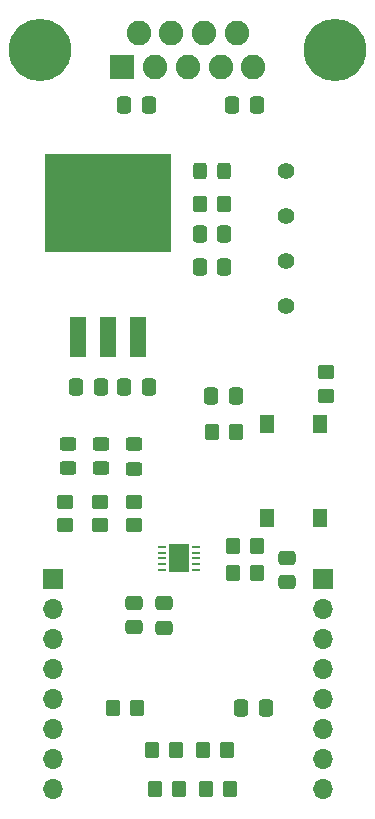
<source format=gbr>
%TF.GenerationSoftware,KiCad,Pcbnew,8.0.0*%
%TF.CreationDate,2025-04-28T20:28:04+05:30*%
%TF.ProjectId,ATA6503_mikrobus,41544136-3530-4335-9f6d-696b726f6275,rev?*%
%TF.SameCoordinates,Original*%
%TF.FileFunction,Soldermask,Top*%
%TF.FilePolarity,Negative*%
%FSLAX46Y46*%
G04 Gerber Fmt 4.6, Leading zero omitted, Abs format (unit mm)*
G04 Created by KiCad (PCBNEW 8.0.0) date 2025-04-28 20:28:04*
%MOMM*%
%LPD*%
G01*
G04 APERTURE LIST*
G04 Aperture macros list*
%AMRoundRect*
0 Rectangle with rounded corners*
0 $1 Rounding radius*
0 $2 $3 $4 $5 $6 $7 $8 $9 X,Y pos of 4 corners*
0 Add a 4 corners polygon primitive as box body*
4,1,4,$2,$3,$4,$5,$6,$7,$8,$9,$2,$3,0*
0 Add four circle primitives for the rounded corners*
1,1,$1+$1,$2,$3*
1,1,$1+$1,$4,$5*
1,1,$1+$1,$6,$7*
1,1,$1+$1,$8,$9*
0 Add four rect primitives between the rounded corners*
20,1,$1+$1,$2,$3,$4,$5,0*
20,1,$1+$1,$4,$5,$6,$7,0*
20,1,$1+$1,$6,$7,$8,$9,0*
20,1,$1+$1,$8,$9,$2,$3,0*%
G04 Aperture macros list end*
%ADD10RoundRect,0.250000X0.450000X-0.350000X0.450000X0.350000X-0.450000X0.350000X-0.450000X-0.350000X0*%
%ADD11RoundRect,0.250000X-0.450000X0.325000X-0.450000X-0.325000X0.450000X-0.325000X0.450000X0.325000X0*%
%ADD12RoundRect,0.250000X-0.337500X-0.475000X0.337500X-0.475000X0.337500X0.475000X-0.337500X0.475000X0*%
%ADD13RoundRect,0.250000X-0.475000X0.337500X-0.475000X-0.337500X0.475000X-0.337500X0.475000X0.337500X0*%
%ADD14RoundRect,0.250000X-0.450000X0.350000X-0.450000X-0.350000X0.450000X-0.350000X0.450000X0.350000X0*%
%ADD15C,1.397000*%
%ADD16RoundRect,0.250000X-0.350000X-0.450000X0.350000X-0.450000X0.350000X0.450000X-0.350000X0.450000X0*%
%ADD17RoundRect,0.250000X-0.325000X-0.450000X0.325000X-0.450000X0.325000X0.450000X-0.325000X0.450000X0*%
%ADD18RoundRect,0.250000X0.350000X0.450000X-0.350000X0.450000X-0.350000X-0.450000X0.350000X-0.450000X0*%
%ADD19R,0.711200X0.254000*%
%ADD20R,1.803400X2.387600*%
%ADD21RoundRect,0.250000X0.337500X0.475000X-0.337500X0.475000X-0.337500X-0.475000X0.337500X-0.475000X0*%
%ADD22R,1.397000X3.505200*%
%ADD23R,10.718800X8.407400*%
%ADD24RoundRect,0.102000X-0.939800X-0.939800X0.939800X-0.939800X0.939800X0.939800X-0.939800X0.939800X0*%
%ADD25C,2.083600*%
%ADD26C,5.284000*%
%ADD27R,1.300000X1.550000*%
%ADD28R,1.700000X1.700000*%
%ADD29O,1.700000X1.700000*%
G04 APERTURE END LIST*
D10*
%TO.C,R11*%
X114046000Y-95758000D03*
X114046000Y-93758000D03*
%TD*%
D11*
%TO.C,D4*%
X114300000Y-88882000D03*
X114300000Y-90932000D03*
%TD*%
D12*
%TO.C,C10*%
X115019000Y-84074000D03*
X117094000Y-84074000D03*
%TD*%
%TO.C,C1*%
X125476000Y-73914000D03*
X127551000Y-73914000D03*
%TD*%
D13*
%TO.C,C6*%
X119888000Y-102319000D03*
X119888000Y-104394000D03*
%TD*%
D14*
%TO.C,R9*%
X136144000Y-82804000D03*
X136144000Y-84804000D03*
%TD*%
D10*
%TO.C,R12*%
X116996000Y-95758000D03*
X116996000Y-93758000D03*
%TD*%
D15*
%TO.C,J4*%
X132742000Y-65709800D03*
X132742000Y-69519800D03*
X132742000Y-73329800D03*
X132742000Y-77139800D03*
%TD*%
D12*
%TO.C,C3*%
X128227000Y-60198000D03*
X130302000Y-60198000D03*
%TD*%
D16*
%TO.C,R4*%
X118142000Y-111252000D03*
X120142000Y-111252000D03*
%TD*%
D17*
%TO.C,D3*%
X125458000Y-65786000D03*
X127508000Y-65786000D03*
%TD*%
D12*
%TO.C,C2*%
X125476000Y-71120000D03*
X127551000Y-71120000D03*
%TD*%
%TO.C,C4*%
X119083000Y-60198000D03*
X121158000Y-60198000D03*
%TD*%
D13*
%TO.C,C5*%
X132820500Y-98509000D03*
X132820500Y-100584000D03*
%TD*%
D16*
%TO.C,R8*%
X121444000Y-114808000D03*
X123444000Y-114808000D03*
%TD*%
D18*
%TO.C,R5*%
X128016000Y-118110000D03*
X126016000Y-118110000D03*
%TD*%
D11*
%TO.C,D6*%
X119888000Y-88900000D03*
X119888000Y-90950000D03*
%TD*%
D10*
%TO.C,R13*%
X119946000Y-95758000D03*
X119946000Y-93758000D03*
%TD*%
D18*
%TO.C,R7*%
X127762000Y-114808000D03*
X125762000Y-114808000D03*
%TD*%
D16*
%TO.C,R2*%
X128302000Y-97514500D03*
X130302000Y-97514500D03*
%TD*%
D19*
%TO.C,U1*%
X122250200Y-97551999D03*
X122250200Y-98052001D03*
X122250200Y-98552000D03*
X122250200Y-99051999D03*
X122250200Y-99552001D03*
X125145800Y-99552001D03*
X125145800Y-99051999D03*
X125145800Y-98552000D03*
X125145800Y-98052001D03*
X125145800Y-97551999D03*
D20*
X123698000Y-98552000D03*
%TD*%
D12*
%TO.C,C8*%
X128989000Y-111252000D03*
X131064000Y-111252000D03*
%TD*%
D18*
%TO.C,R6*%
X123698000Y-118110000D03*
X121698000Y-118110000D03*
%TD*%
D21*
%TO.C,C11*%
X121158000Y-84074000D03*
X119083000Y-84074000D03*
%TD*%
D16*
%TO.C,R1*%
X125508000Y-68580000D03*
X127508000Y-68580000D03*
%TD*%
D22*
%TO.C,U2*%
X115189000Y-79794100D03*
X117729000Y-79794100D03*
X120269000Y-79794100D03*
D23*
X117729000Y-68453000D03*
%TD*%
D21*
%TO.C,C9*%
X128524000Y-84836000D03*
X126449000Y-84836000D03*
%TD*%
D16*
%TO.C,R10*%
X126524000Y-87884000D03*
X128524000Y-87884000D03*
%TD*%
D24*
%TO.C,J3*%
X118920000Y-56945500D03*
D25*
X121690000Y-56945500D03*
X124460000Y-56945500D03*
X127230000Y-56945500D03*
X130000000Y-56945500D03*
X120310000Y-54105500D03*
X123080000Y-54105500D03*
X125840000Y-54105500D03*
X128610000Y-54105500D03*
D26*
X111960000Y-55525500D03*
X136960000Y-55525500D03*
%TD*%
D27*
%TO.C,SW1*%
X135689000Y-87175000D03*
X135689000Y-95125000D03*
X131189000Y-87175000D03*
X131189000Y-95125000D03*
%TD*%
D13*
%TO.C,C7*%
X122428000Y-102362000D03*
X122428000Y-104437000D03*
%TD*%
D16*
%TO.C,R3*%
X128302000Y-99800500D03*
X130302000Y-99800500D03*
%TD*%
D11*
%TO.C,D5*%
X117094000Y-88882000D03*
X117094000Y-90932000D03*
%TD*%
D28*
%TO.C,J1*%
X113030000Y-100330000D03*
D29*
X113030000Y-102870000D03*
X113030000Y-105410000D03*
X113030000Y-107950000D03*
X113030000Y-110490000D03*
X113030000Y-113030000D03*
X113030000Y-115570000D03*
X113030000Y-118110000D03*
%TD*%
D28*
%TO.C,J2*%
X135890000Y-100330000D03*
D29*
X135890000Y-102870000D03*
X135890000Y-105410000D03*
X135890000Y-107950000D03*
X135890000Y-110490000D03*
X135890000Y-113030000D03*
X135890000Y-115570000D03*
X135890000Y-118110000D03*
%TD*%
M02*

</source>
